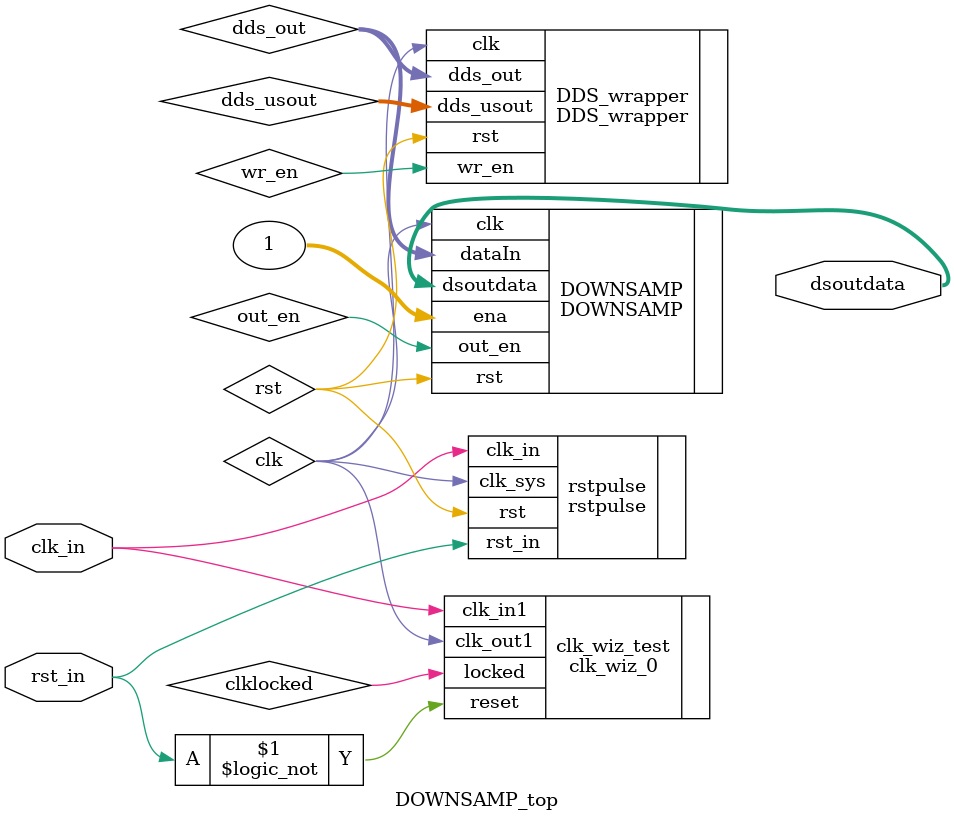
<source format=v>
`timescale 1ns / 1ps


module DOWNSAMP_top#(
	parameter       DATA_WIDTH = 14,
    parameter       SAMPLE_RATE = 4 // sampling per 2^n data
    // parameter       DATAWIDTH = 14
)
(                 
    input clk_in,
    input rst_in,
    output[DATA_WIDTH-1+SAMPLE_RATE:0] dsoutdata
);
    wire[DATA_WIDTH-1:0] dds_usout;
    wire signed[DATA_WIDTH-1:0] dds_out;

    clk_wiz_0 clk_wiz_test(
        .clk_out1(clk),
        .reset(!rst_in),
        .locked(clklocked),
        .clk_in1(clk_in)
    );

    rstpulse rstpulse(
        .clk_in(clk_in),
        .clk_sys(clk),
        .rst_in(rst_in),
        .rst(rst)
    );
    
    DDS_wrapper#(.SAMPLE_RATE(SAMPLE_RATE)
    ) 
    DDS_wrapper
    (
        .clk (clk ), // input wire aclk
        .rst (rst),
        .wr_en (wr_en ),      // output wire m_axis_data_tvalid
        .dds_usout (dds_usout ), // output wire [31 : 0] dds_out
        .dds_out(dds_out)
    );

    DOWNSAMP #(
        .SAMPLE_RATE(SAMPLE_RATE), 
        .DATAWIDTH(DATA_WIDTH)
        )
        DOWNSAMP(
        .clk                             ( clk     ),
        .rst                             ( rst   ),
        .ena                             ( 1   ),
        .dataIn                          ( dds_out ),
        .dsoutdata                      ( dsoutdata ),
        .out_en                         ( out_en   )
    );
endmodule

</source>
